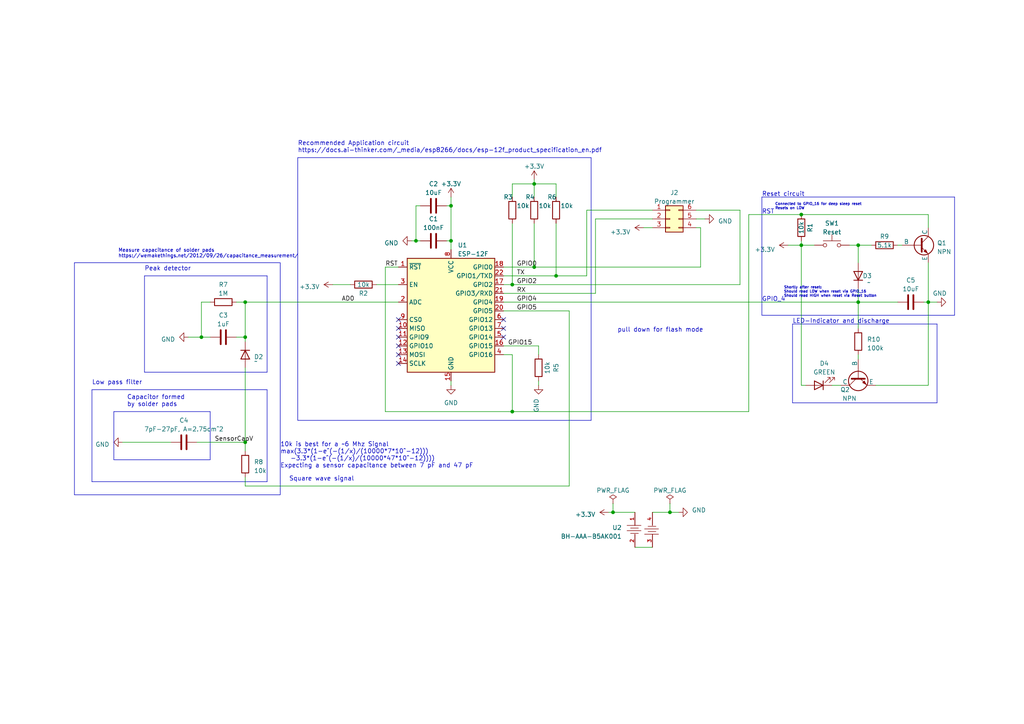
<source format=kicad_sch>
(kicad_sch (version 20230121) (generator eeschema)
  (paper "A4")
  (lib_symbols
    (symbol "Connector_Generic:Conn_02x03_Counter_Clockwise" (pin_names (offset 1.016) hide)
      (property "Reference" "J" (at 1.27 5.08 0))
      (property "Value" "Conn_02x03_Counter_Clockwise" (at 1.27 -5.08 0))
      (symbol "Conn_02x03_Counter_Clockwise_1_1"
        (rectangle (start -1.27 -2.413) (end 0 -2.667) (stroke (width 0.1524)))
        (rectangle (start -1.27 0.127) (end 0 -0.127) (stroke (width 0.1524)))
        (rectangle (start -1.27 2.667) (end 0 2.413) (stroke (width 0.1524)))
        (rectangle (start -1.27 3.81) (end 3.81 -3.81) (stroke (width 0.254)) (fill (type background)))
        (rectangle (start 3.81 -2.413) (end 2.54 -2.667) (stroke (width 0.1524)))
        (rectangle (start 3.81 0.127) (end 2.54 -0.127) (stroke (width 0.1524)))
        (rectangle (start 3.81 2.667) (end 2.54 2.413) (stroke (width 0.1524)))
        (pin passive line (at -5.08 2.54 0) (length 3.81) (name "Pin_1") (number "1"))
        (pin passive line (at -5.08 0 0) (length 3.81) (name "Pin_2") (number "2"))
        (pin passive line (at -5.08 -2.54 0) (length 3.81) (name "Pin_3") (number "3"))
        (pin passive line (at 7.62 -2.54 180) (length 3.81) (name "Pin_4") (number "4"))
        (pin passive line (at 7.62 0 180) (length 3.81) (name "Pin_5") (number "5"))
        (pin passive line (at 7.62 2.54 180) (length 3.81) (name "Pin_6") (number "6"))
      )
    )
    (symbol "Custom_Parts:BH-AAA-B5AK001" (pin_names hide)
      (property "Reference" "U" (at 0 1.27 0))
      (property "Value" "BH-AAA-B5AK001" (at 0 -5.08 0))
      (symbol "BH-AAA-B5AK001_0_1"
        (polyline (pts (xy -1.27 -0.254) (xy -1.27 -4.318)))
        (polyline (pts (xy -1.016 3.81) (xy -1.016 1.524)))
        (polyline (pts (xy -0.508 -1.27) (xy -0.508 -3.556)))
        (polyline (pts (xy -0.254 4.826) (xy -0.254 0.762)))
        (polyline (pts (xy 0.254 -0.254) (xy 0.254 -4.318)))
        (polyline (pts (xy 0.508 3.81) (xy 0.508 1.524)))
        (polyline (pts (xy 1.016 -1.27) (xy 1.016 -3.556)))
        (polyline (pts (xy 1.27 4.826) (xy 1.27 0.762)))
      )
      (symbol "BH-AAA-B5AK001_1_1"
        (pin power_in line (at 5.08 2.54 180) (length 3.81) (name "+") (number "1"))
        (pin power_in line (at -5.08 2.54 0) (length 3.81) (name "-") (number "2"))
        (pin power_in line (at -5.08 -2.54 0) (length 3.81) (name "+") (number "3"))
        (pin power_in line (at 5.08 -2.54 180) (length 3.81) (name "-") (number "4"))
      )
    )
    (symbol "Device:C" (pin_numbers hide) (pin_names (offset 0.254))
      (property "Reference" "C" (at 0.635 2.54 0))
      (property "Value" "C" (at 0.635 -2.54 0))
      (symbol "C_0_1"
        (polyline (pts (xy -2.032 -0.762) (xy 2.032 -0.762)) (stroke (width 0.508)))
        (polyline (pts (xy -2.032 0.762) (xy 2.032 0.762)) (stroke (width 0.508)))
      )
      (symbol "C_1_1"
        (pin passive line (at 0 3.81 270) (length 2.794) (name "~") (number "1"))
        (pin passive line (at 0 -3.81 90) (length 2.794) (name "~") (number "2"))
      )
    )
    (symbol "Device:D" (pin_numbers hide) (pin_names (offset 1.016) hide)
      (property "Reference" "D" (at 0 2.54 0))
      (property "Value" "D" (at 0 -2.54 0))
      (symbol "D_0_1"
        (polyline (pts (xy -1.27 1.27) (xy -1.27 -1.27)) (stroke (width 0.254)))
        (polyline (pts (xy 1.27 0) (xy -1.27 0)))
        (polyline (pts (xy 1.27 1.27) (xy 1.27 -1.27) (xy -1.27 0) (xy 1.27 1.27)) (stroke (width 0.254)))
      )
      (symbol "D_1_1"
        (pin passive line (at -3.81 0 0) (length 2.54) (name "K") (number "1"))
        (pin passive line (at 3.81 0 180) (length 2.54) (name "A") (number "2"))
      )
    )
    (symbol "Device:LED" (pin_numbers hide) (pin_names (offset 1.016) hide)
      (property "Reference" "D" (at 0 2.54 0))
      (property "Value" "LED" (at 0 -2.54 0))
      (symbol "LED_0_1"
        (polyline (pts (xy -1.27 -1.27) (xy -1.27 1.27)) (stroke (width 0.254)))
        (polyline (pts (xy -1.27 0) (xy 1.27 0)))
        (polyline (pts (xy 1.27 -1.27) (xy 1.27 1.27) (xy -1.27 0) (xy 1.27 -1.27)) (stroke (width 0.254)))
        (polyline (pts (xy -3.048 -0.762) (xy -4.572 -2.286) (xy -3.81 -2.286) (xy -4.572 -2.286) (xy -4.572 -1.524)))
        (polyline (pts (xy -1.778 -0.762) (xy -3.302 -2.286) (xy -2.54 -2.286) (xy -3.302 -2.286) (xy -3.302 -1.524)))
      )
      (symbol "LED_1_1"
        (pin passive line (at -3.81 0 0) (length 2.54) (name "K") (number "1"))
        (pin passive line (at 3.81 0 180) (length 2.54) (name "A") (number "2"))
      )
    )
    (symbol "Device:R" (pin_numbers hide) (pin_names (offset 0))
      (property "Reference" "R" (at 2.032 0 90))
      (property "Value" "R" (at 0 0 90))
      (symbol "R_0_1"
        (rectangle (start -1.016 -2.54) (end 1.016 2.54) (stroke (width 0.254)))
      )
      (symbol "R_1_1"
        (pin passive line (at 0 3.81 270) (length 1.27) (name "~") (number "1"))
        (pin passive line (at 0 -3.81 90) (length 1.27) (name "~") (number "2"))
      )
    )
    (symbol "RF_Module:ESP-12F"
      (property "Reference" "U" (at -12.7 19.05 0))
      (property "Value" "ESP-12F" (at 12.7 19.05 0))
      (symbol "ESP-12F_0_1"
        (rectangle (start -12.7 17.78) (end 12.7 -15.24) (stroke (width 0.254)) (fill (type background)))
      )
      (symbol "ESP-12F_1_1"
        (pin input line (at -15.24 15.24 0) (length 2.54) (name "~{RST}") (number "1"))
        (pin bidirectional line (at -15.24 -2.54 0) (length 2.54) (name "MISO") (number "10"))
        (pin bidirectional line (at -15.24 -5.08 0) (length 2.54) (name "GPIO9") (number "11"))
        (pin bidirectional line (at -15.24 -7.62 0) (length 2.54) (name "GPIO10") (number "12"))
        (pin bidirectional line (at -15.24 -10.16 0) (length 2.54) (name "MOSI") (number "13"))
        (pin bidirectional line (at -15.24 -12.7 0) (length 2.54) (name "SCLK") (number "14"))
        (pin power_in line (at 0 -17.78 90) (length 2.54) (name "GND") (number "15"))
        (pin bidirectional line (at 15.24 -7.62 180) (length 2.54) (name "GPIO15") (number "16"))
        (pin bidirectional line (at 15.24 10.16 180) (length 2.54) (name "GPIO2") (number "17"))
        (pin bidirectional line (at 15.24 15.24 180) (length 2.54) (name "GPIO0") (number "18"))
        (pin bidirectional line (at 15.24 5.08 180) (length 2.54) (name "GPIO4") (number "19"))
        (pin input line (at -15.24 5.08 0) (length 2.54) (name "ADC") (number "2"))
        (pin bidirectional line (at 15.24 2.54 180) (length 2.54) (name "GPIO5") (number "20"))
        (pin bidirectional line (at 15.24 7.62 180) (length 2.54) (name "GPIO3/RXD") (number "21"))
        (pin bidirectional line (at 15.24 12.7 180) (length 2.54) (name "GPIO1/TXD") (number "22"))
        (pin input line (at -15.24 10.16 0) (length 2.54) (name "EN") (number "3"))
        (pin bidirectional line (at 15.24 -10.16 180) (length 2.54) (name "GPIO16") (number "4"))
        (pin bidirectional line (at 15.24 -5.08 180) (length 2.54) (name "GPIO14") (number "5"))
        (pin bidirectional line (at 15.24 0 180) (length 2.54) (name "GPIO12") (number "6"))
        (pin bidirectional line (at 15.24 -2.54 180) (length 2.54) (name "GPIO13") (number "7"))
        (pin power_in line (at 0 20.32 270) (length 2.54) (name "VCC") (number "8"))
        (pin input line (at -15.24 0 0) (length 2.54) (name "CS0") (number "9"))
      )
    )
    (symbol "Simulation_SPICE:NPN" (pin_numbers hide) (pin_names (offset 0))
      (property "Reference" "Q" (at -2.54 7.62 0))
      (property "Value" "NPN" (at -2.54 5.08 0))
      (symbol "NPN_0_1"
        (polyline (pts (xy -2.54 0) (xy 0.635 0)) (stroke (width 0.1524)))
        (polyline (pts (xy 0.635 0.635) (xy 2.54 2.54)))
        (polyline (pts (xy 2.794 -1.27) (xy 2.794 -1.27)) (stroke (width 0.1524)))
        (polyline (pts (xy 2.794 -1.27) (xy 2.794 -1.27)) (stroke (width 0.1524)))
        (polyline (pts (xy 0.635 -0.635) (xy 2.54 -2.54) (xy 2.54 -2.54)))
        (polyline (pts (xy 0.635 1.905) (xy 0.635 -1.905) (xy 0.635 -1.905)) (stroke (width 0.508)))
        (polyline (pts (xy 1.27 -1.778) (xy 1.778 -1.27) (xy 2.286 -2.286) (xy 1.27 -1.778) (xy 1.27 -1.778)) (fill (type outline)))
        (circle (center 1.27 0) (radius 2.8194) (stroke (width 0.254)))
      )
      (symbol "NPN_1_1"
        (pin open_collector line (at 2.54 5.08 270) (length 2.54) (name "C") (number "1"))
        (pin input line (at -5.08 0 0) (length 2.54) (name "B") (number "2"))
        (pin open_emitter line (at 2.54 -5.08 90) (length 2.54) (name "E") (number "3"))
      )
    )
    (symbol "Switch:SW_Push" (pin_numbers hide) (pin_names (offset 1.016) hide)
      (property "Reference" "SW" (at 1.27 2.54 0))
      (property "Value" "SW_Push" (at 0 -1.524 0))
      (symbol "SW_Push_0_1"
        (circle (center -2.032 0) (radius 0.508))
        (polyline (pts (xy 0 1.27) (xy 0 3.048)))
        (polyline (pts (xy 2.54 1.27) (xy -2.54 1.27)))
        (circle (center 2.032 0) (radius 0.508))
        (pin passive line (at -5.08 0 0) (length 2.54) (name "1") (number "1"))
        (pin passive line (at 5.08 0 180) (length 2.54) (name "2") (number "2"))
      )
    )
    (symbol "power:+3.3V" (power) (pin_names (offset 0))
      (property "Value" "+3.3V" (at 0 3.556 0))
      (symbol "+3.3V_0_1"
        (polyline (pts (xy -0.762 1.27) (xy 0 2.54)))
        (polyline (pts (xy 0 0) (xy 0 2.54)))
        (polyline (pts (xy 0 2.54) (xy 0.762 1.27)))
      )
      (symbol "+3.3V_1_1"
        (pin power_in line (at 0 0 90) (length 0) hide (name "+3.3V") (number "1"))
      )
    )
    (symbol "power:GND" (power) (pin_names (offset 0))
      (property "Value" "GND" (at 0 -3.81 0))
      (symbol "GND_0_1"
        (polyline (pts (xy 0 0) (xy 0 -1.27) (xy 1.27 -1.27) (xy 0 -2.54) (xy -1.27 -1.27) (xy 0 -1.27)))
      )
      (symbol "GND_1_1"
        (pin power_in line (at 0 0 270) (length 0) hide (name "GND") (number "1"))
      )
    )
    (symbol "power:PWR_FLAG" (power) (pin_numbers hide) (pin_names (offset 0) hide)
      (property "Value" "PWR_FLAG" (at 0 3.81 0))
      (symbol "PWR_FLAG_0_0"
        (pin power_out line (at 0 0 90) (length 0) (name "pwr") (number "1"))
      )
      (symbol "PWR_FLAG_0_1"
        (polyline (pts (xy 0 0) (xy 0 1.27) (xy -1.016 1.905) (xy 0 2.54) (xy 1.016 1.905) (xy 0 1.27)))
      )
    )
  )
  (junction (at 154.94 77.47))
  (junction (at 130.81 69.85))
  (junction (at 161.29 80.01))
  (junction (at 248.92 71.12))
  (junction (at 194.31 148.59))
  (junction (at 232.41 71.12))
  (junction (at 120.65 69.85))
  (junction (at 148.59 82.55))
  (junction (at 58.42 97.79))
  (junction (at 269.24 87.63))
  (junction (at 154.94 53.34))
  (junction (at 232.41 62.23))
  (junction (at 148.59 119.38))
  (junction (at 71.12 128.27))
  (junction (at 71.12 97.79))
  (junction (at 177.8 148.59))
  (junction (at 130.81 59.69))
  (junction (at 71.12 87.63))
  (junction (at 248.92 87.63))
  (no_connect (at 115.57 105.41))
  (no_connect (at 115.57 97.79))
  (no_connect (at 115.57 102.87))
  (no_connect (at 146.05 95.25))
  (no_connect (at 115.57 92.71))
  (no_connect (at 115.57 100.33))
  (no_connect (at 146.05 92.71))
  (no_connect (at 146.05 97.79))
  (no_connect (at 115.57 95.25))
  (wire (pts (xy 120.65 69.85) (xy 121.92 69.85)))
  (polyline (pts (xy 26.67 139.7) (xy 77.47 139.7)))
  (polyline (pts (xy 33.02 119.38) (xy 33.02 133.35)))
  (wire (pts (xy 269.24 62.23) (xy 269.24 66.04)))
  (wire (pts (xy 246.38 71.12) (xy 248.92 71.12)))
  (wire (pts (xy 148.59 64.77) (xy 148.59 82.55)))
  (wire (pts (xy 154.94 64.77) (xy 154.94 77.47)))
  (wire (pts (xy 148.59 102.87) (xy 148.59 119.38)))
  (wire (pts (xy 111.76 77.47) (xy 111.76 119.38)))
  (polyline (pts (xy 60.96 133.35) (xy 60.96 119.38)))
  (polyline (pts (xy 276.86 91.44) (xy 220.98 91.44)))
  (wire (pts (xy 232.41 62.23) (xy 269.24 62.23)))
  (wire (pts (xy 203.2 66.04) (xy 201.93 66.04)))
  (wire (pts (xy 148.59 82.55) (xy 214.63 82.55)))
  (polyline (pts (xy 21.59 76.2) (xy 81.28 76.2)))
  (wire (pts (xy 156.21 102.87) (xy 156.21 100.33)))
  (wire (pts (xy 58.42 97.79) (xy 60.96 97.79)))
  (wire (pts (xy 109.22 82.55) (xy 115.57 82.55)))
  (wire (pts (xy 71.12 138.43) (xy 71.12 140.97)))
  (wire (pts (xy 177.8 146.05) (xy 177.8 148.59)))
  (wire (pts (xy 232.41 69.85) (xy 232.41 71.12)))
  (wire (pts (xy 130.81 57.15) (xy 130.81 59.69)))
  (wire (pts (xy 269.24 87.63) (xy 269.24 111.76)))
  (wire (pts (xy 119.38 69.85) (xy 120.65 69.85)))
  (wire (pts (xy 248.92 87.63) (xy 248.92 95.25)))
  (wire (pts (xy 194.31 148.59) (xy 196.85 148.59)))
  (wire (pts (xy 203.2 77.47) (xy 203.2 66.04)))
  (wire (pts (xy 57.15 128.27) (xy 71.12 128.27)))
  (wire (pts (xy 217.17 62.23) (xy 232.41 62.23)))
  (wire (pts (xy 232.41 111.76) (xy 233.68 111.76)))
  (wire (pts (xy 172.72 63.5) (xy 189.23 63.5)))
  (wire (pts (xy 189.23 148.59) (xy 194.31 148.59)))
  (polyline (pts (xy 271.78 93.98) (xy 271.78 116.84)))
  (wire (pts (xy 248.92 83.82) (xy 248.92 87.63)))
  (polyline (pts (xy 271.78 116.84) (xy 229.87 116.84)))
  (wire (pts (xy 194.31 146.05) (xy 194.31 148.59)))
  (wire (pts (xy 146.05 87.63) (xy 248.92 87.63)))
  (wire (pts (xy 146.05 102.87) (xy 148.59 102.87)))
  (wire (pts (xy 129.54 59.69) (xy 130.81 59.69)))
  (wire (pts (xy 232.41 71.12) (xy 232.41 111.76)))
  (wire (pts (xy 68.58 87.63) (xy 71.12 87.63)))
  (polyline (pts (xy 21.59 143.51) (xy 81.28 143.51)))
  (wire (pts (xy 120.65 59.69) (xy 120.65 69.85)))
  (wire (pts (xy 96.52 82.55) (xy 101.6 82.55)))
  (wire (pts (xy 71.12 87.63) (xy 115.57 87.63)))
  (wire (pts (xy 161.29 80.01) (xy 170.18 80.01)))
  (wire (pts (xy 60.96 87.63) (xy 58.42 87.63)))
  (wire (pts (xy 201.93 63.5) (xy 204.47 63.5)))
  (wire (pts (xy 254 111.76) (xy 269.24 111.76)))
  (wire (pts (xy 154.94 53.34) (xy 154.94 57.15)))
  (wire (pts (xy 165.1 90.17) (xy 165.1 140.97)))
  (wire (pts (xy 177.8 148.59) (xy 184.15 148.59)))
  (wire (pts (xy 54.61 97.79) (xy 58.42 97.79)))
  (wire (pts (xy 228.6 71.12) (xy 232.41 71.12)))
  (wire (pts (xy 146.05 90.17) (xy 165.1 90.17)))
  (wire (pts (xy 148.59 53.34) (xy 148.59 57.15)))
  (wire (pts (xy 241.3 111.76) (xy 243.84 111.76)))
  (wire (pts (xy 146.05 77.47) (xy 154.94 77.47)))
  (wire (pts (xy 170.18 80.01) (xy 170.18 60.96)))
  (wire (pts (xy 121.92 59.69) (xy 120.65 59.69)))
  (wire (pts (xy 111.76 77.47) (xy 115.57 77.47)))
  (polyline (pts (xy 220.98 57.15) (xy 220.98 91.44)))
  (polyline (pts (xy 276.86 57.15) (xy 276.86 91.44)))
  (polyline (pts (xy 171.45 121.92) (xy 171.45 45.72)))
  (wire (pts (xy 214.63 82.55) (xy 214.63 60.96)))
  (wire (pts (xy 161.29 53.34) (xy 161.29 57.15)))
  (polyline (pts (xy 229.87 93.98) (xy 271.78 93.98)))
  (wire (pts (xy 35.56 128.27) (xy 49.53 128.27)))
  (wire (pts (xy 248.92 71.12) (xy 248.92 76.2)))
  (wire (pts (xy 146.05 82.55) (xy 148.59 82.55)))
  (wire (pts (xy 148.59 53.34) (xy 154.94 53.34)))
  (polyline (pts (xy 86.36 45.72) (xy 171.45 45.72)))
  (polyline (pts (xy 26.67 113.03) (xy 77.47 113.03)))
  (wire (pts (xy 176.53 148.59) (xy 177.8 148.59)))
  (wire (pts (xy 130.81 69.85) (xy 130.81 72.39)))
  (wire (pts (xy 170.18 60.96) (xy 189.23 60.96)))
  (wire (pts (xy 248.92 87.63) (xy 260.35 87.63)))
  (polyline (pts (xy 220.98 57.15) (xy 276.86 57.15)))
  (wire (pts (xy 146.05 85.09) (xy 172.72 85.09)))
  (wire (pts (xy 130.81 59.69) (xy 130.81 69.85)))
  (wire (pts (xy 232.41 71.12) (xy 236.22 71.12)))
  (polyline (pts (xy 21.59 143.51) (xy 21.59 76.2)))
  (wire (pts (xy 71.12 87.63) (xy 71.12 97.79)))
  (wire (pts (xy 129.54 69.85) (xy 130.81 69.85)))
  (polyline (pts (xy 33.02 119.38) (xy 60.96 119.38)))
  (polyline (pts (xy 86.36 121.92) (xy 171.45 121.92)))
  (wire (pts (xy 248.92 102.87) (xy 248.92 104.14)))
  (polyline (pts (xy 26.67 113.03) (xy 26.67 139.7)))
  (wire (pts (xy 260.35 71.12) (xy 261.62 71.12)))
  (wire (pts (xy 165.1 140.97) (xy 71.12 140.97)))
  (polyline (pts (xy 229.87 93.98) (xy 229.87 116.84)))
  (wire (pts (xy 186.69 66.04) (xy 189.23 66.04)))
  (wire (pts (xy 68.58 97.79) (xy 71.12 97.79)))
  (polyline (pts (xy 33.02 133.35) (xy 60.96 133.35)))
  (polyline (pts (xy 86.36 45.72) (xy 86.36 121.92)))
  (polyline (pts (xy 41.91 107.95) (xy 77.47 107.95)))
  (polyline (pts (xy 41.91 80.01) (xy 41.91 107.95)))
  (wire (pts (xy 71.12 128.27) (xy 71.12 130.81)))
  (wire (pts (xy 248.92 71.12) (xy 252.73 71.12)))
  (wire (pts (xy 71.12 97.79) (xy 71.12 99.06)))
  (wire (pts (xy 130.81 110.49) (xy 130.81 111.76)))
  (wire (pts (xy 154.94 52.07) (xy 154.94 53.34)))
  (wire (pts (xy 184.15 158.75) (xy 189.23 158.75)))
  (wire (pts (xy 172.72 63.5) (xy 172.72 85.09)))
  (wire (pts (xy 156.21 110.49) (xy 156.21 111.76)))
  (wire (pts (xy 148.59 119.38) (xy 217.17 119.38)))
  (wire (pts (xy 71.12 106.68) (xy 71.12 128.27)))
  (wire (pts (xy 146.05 100.33) (xy 156.21 100.33)))
  (wire (pts (xy 154.94 77.47) (xy 203.2 77.47)))
  (wire (pts (xy 58.42 87.63) (xy 58.42 97.79)))
  (wire (pts (xy 154.94 53.34) (xy 161.29 53.34)))
  (wire (pts (xy 269.24 76.2) (xy 269.24 87.63)))
  (polyline (pts (xy 77.47 80.01) (xy 41.91 80.01)))
  (wire (pts (xy 161.29 64.77) (xy 161.29 80.01)))
  (wire (pts (xy 217.17 62.23) (xy 217.17 119.38)))
  (polyline (pts (xy 77.47 139.7) (xy 77.47 113.03)))
  (wire (pts (xy 269.24 87.63) (xy 271.78 87.63)))
  (polyline (pts (xy 77.47 80.01) (xy 77.47 107.95)))
  (wire (pts (xy 214.63 60.96) (xy 201.93 60.96)))
  (wire (pts (xy 267.97 87.63) (xy 269.24 87.63)))
  (wire (pts (xy 148.59 119.38) (xy 111.76 119.38)))
  (wire (pts (xy 146.05 80.01) (xy 161.29 80.01)))
  (polyline (pts (xy 81.28 76.2) (xy 81.28 143.51)))
  (text "Capacitor formed\nby solder pads" (at 36.83 118.11 0) (effects (font (size 1.27 1.27)) (justify left bottom)))
  (text "Square wave signal" (at 83.82 139.7 0) (effects (font (size 1.27 1.27)) (justify left bottom)))
  (text "10k is best for a ~6 Mhz Signal\nmax(3.3*(1-e^(-(1/x)/(10000*7*10^-12)))\n   -3.3*(1-e^(-(1/x)/(10000*47*10^-12))))\nExpecting a sensor capacitance between 7 pF and 47 pF" (at 81.28 135.89 0) (effects (font (size 1.27 1.27)) (justify left bottom)))
  (text "Connected to GPIO_16 for deep sleep reset\nResets on LOW" (at 224.79 60.96 0) (effects (font (size 0.75 0.75)) (justify left bottom)))
  (text "Shortly after reset:\nShould read LOW when reset via GPIO_16\nShould read HIGH when reset via Reset button" (at 227.33 86.36 0) (effects (font (size 0.75 0.75)) (justify left bottom)))
  (text "Recommended Application circuit\nhttps://docs.ai-thinker.com/_media/esp8266/docs/esp-12f_product_specification_en.pdf" (at 86.36 44.45 0) (effects (font (size 1.27 1.27)) (justify left bottom)))
  (text "GPIO_4" (at 220.98 87.63 0) (effects (font (size 1.27 1.27)) (justify left bottom)))
  (text "Measure capacitance of solder pads\nhttps://wemakethings.net/2012/09/26/capacitance_measurement/" (at 34.29 74.93 0) (effects (font (size 1 1)) (justify left bottom)))
  (text "Peak detector" (at 41.91 78.74 0) (effects (font (size 1.27 1.27)) (justify left bottom)))
  (text "RST" (at 220.98 62.23 0) (effects (font (size 1.27 1.27)) (justify left bottom)))
  (text "pull down for flash mode" (at 179.07 96.52 0) (effects (font (size 1.27 1.27)) (justify left bottom)))
  (text "Low pass filter" (at 26.67 111.76 0) (effects (font (size 1.27 1.27)) (justify left bottom)))
  (text "LED-Indicator and discharge" (at 229.87 93.98 0) (effects (font (size 1.27 1.27)) (justify left bottom)))
  (text "Reset circuit" (at 220.98 57.15 0) (effects (font (size 1.27 1.27)) (justify left bottom)))
  (label "GPIO15" (at 147.32 100.33 0))
  (label "AD0" (at 99.06 87.63 0))
  (label "TX" (at 149.86 80.01 0))
  (label "GPIO0" (at 149.86 77.47 0))
  (label "SensorCapV" (at 62.23 128.27 0))
  (label "RX" (at 149.86 85.09 0))
  (label "GPIO5" (at 149.86 90.17 0))
  (label "RST" (at 111.76 77.47 0))
  (label "GPIO2" (at 149.86 82.55 0))
  (label "GPIO4" (at 149.86 87.63 0))
  (symbol (lib_id "Device:R") (at 232.41 66.04 180) (unit 1)
    (property "Reference" "R1" (at 234.95 66.04 90))
    (property "Value" "10k" (at 232.41 66.04 90))
    (property "Footprint" "Resistor_SMD:R_0402_1005Metric" (effects hide))
    (property "LCSC" "C25744" (effects hide))
    (property "MPN" "C25744" (effects hide))
  )
  (symbol (lib_id "Connector_Generic:Conn_02x03_Counter_Clockwise") (at 194.31 63.5 0) (unit 1) (in_bom no)
    (property "Reference" "J2" (at 195.58 55.88 0))
    (property "Value" "Programmer" (at 195.58 58.42 0))
    (property "Footprint" "Connector_PinHeader_2.54mm:PinHeader_2x03_P2.54mm_Vertical" (effects hide))
  )
  (symbol (lib_id "Simulation_SPICE:NPN") (at 266.7 71.12 0) (unit 1)
    (property "Reference" "Q1" (at 271.78 70.485 0) (effects (justify left)))
    (property "Value" "NPN" (at 271.78 73.025 0) (effects (justify left)))
    (property "Footprint" "Package_TO_SOT_SMD:SOT-23" (effects hide))
    (property "Sim.Device" "NPN" (effects hide))
    (property "Sim.Type" "GUMMELPOON" (effects hide))
    (property "Sim.Pins" "1=C 2=B 3=E" (effects hide))
    (property "LCSC" "C2146" (effects hide))
    (property "MPN" "C2146" (effects hide))
    (property "JLCPCB Rotation Offset" "180" (effects hide))
  )
  (symbol (lib_id "Switch:SW_Push") (at 241.3 71.12 0) (unit 1)
    (property "Reference" "SW1" (at 241.3 64.77 0))
    (property "Value" "Reset" (at 241.3 67.31 0))
    (property "Footprint" "CustomFootprints:SW_Push_1P1T_XKB_TS-1187A" (effects hide))
    (property "LCSC" "C318884" (effects hide))
    (property "MPN" "C318884" (effects hide))
  )
  (symbol (lib_id "power:GND") (at 54.61 97.79 270) (unit 1)
    (property "Reference" "#PWR013" (effects hide))
    (property "Value" "GND" (at 50.8 98.425 90) (effects (justify right)))
  )
  (symbol (lib_id "Device:D") (at 248.92 80.01 90) (unit 1)
    (property "Reference" "D3" (at 250.19 80.01 90) (effects (justify right)))
    (property "Value" "~" (at 251.46 81.915 90) (effects (justify right)))
    (property "Footprint" "Diode_SMD:D_SOD-123F" (effects hide))
    (property "Sim.Device" "D" (effects hide))
    (property "Sim.Pins" "1=K 2=A" (effects hide))
    (property "LCSC" "C81598" (effects hide))
    (property "MPN" "C81598" (effects hide))
  )
  (symbol (lib_id "power:+3.3V") (at 186.69 66.04 90) (unit 1)
    (property "Reference" "#PWR06" (effects hide))
    (property "Value" "+3.3V" (at 182.88 67.31 90) (effects (justify left)))
  )
  (symbol (lib_id "Device:C") (at 125.73 69.85 90) (unit 1)
    (property "Reference" "C1" (at 125.73 63.5 90))
    (property "Value" "100nF" (at 125.73 66.04 90))
    (property "Footprint" "Capacitor_SMD:C_0402_1005Metric" (effects hide))
    (property "LCSC" "C1525" (effects hide))
    (property "MPN" "C1525" (effects hide))
  )
  (symbol (lib_id "power:PWR_FLAG") (at 177.8 146.05 0) (unit 1)
    (property "Reference" "#FLG01" (effects hide))
    (property "Value" "PWR_FLAG" (at 177.8 142.24 0))
  )
  (symbol (lib_id "Device:R") (at 148.59 60.96 0) (unit 1)
    (property "Reference" "R3" (at 146.05 57.15 0) (effects (justify left)))
    (property "Value" "10k" (at 149.86 59.69 0) (effects (justify left)))
    (property "Footprint" "Resistor_SMD:R_0402_1005Metric" (effects hide))
    (property "LCSC" "C25744" (effects hide))
    (property "MPN" "C25744" (effects hide))
  )
  (symbol (lib_id "power:+3.3V") (at 130.81 57.15 0) (unit 1)
    (property "Reference" "#PWR01" (effects hide))
    (property "Value" "+3.3V" (at 130.81 53.34 0))
  )
  (symbol (lib_id "power:GND") (at 35.56 128.27 270) (unit 1)
    (property "Reference" "#PWR014" (effects hide))
    (property "Value" "GND" (at 31.75 128.905 90) (effects (justify right)))
  )
  (symbol (lib_id "power:GND") (at 156.21 111.76 0) (unit 1)
    (property "Reference" "#PWR012" (effects hide))
    (property "Value" "GND" (at 155.575 115.57 90) (effects (justify right)))
  )
  (symbol (lib_id "power:GND") (at 130.81 111.76 0) (unit 1)
    (property "Reference" "#PWR02" (effects hide))
    (property "Value" "GND" (at 130.81 116.84 0))
  )
  (symbol (lib_id "power:GND") (at 119.38 69.85 270) (unit 1)
    (property "Reference" "#PWR03" (effects hide))
    (property "Value" "GND" (at 115.57 70.485 90) (effects (justify right)))
  )
  (symbol (lib_id "power:GND") (at 196.85 148.59 90) (unit 1)
    (property "Reference" "#PWR07" (effects hide))
    (property "Value" "GND" (at 200.66 147.955 90) (effects (justify right)))
  )
  (symbol (lib_id "power:+3.3V") (at 154.94 52.07 0) (unit 1)
    (property "Reference" "#PWR08" (effects hide))
    (property "Value" "+3.3V" (at 154.94 48.26 0))
  )
  (symbol (lib_id "Device:R") (at 256.54 71.12 90) (unit 1)
    (property "Reference" "R9" (at 256.54 68.58 90))
    (property "Value" "5.1k" (at 256.54 71.12 90))
    (property "Footprint" "Resistor_SMD:R_0402_1005Metric" (effects hide))
    (property "LCSC" "C25905" (effects hide))
    (property "MPN" "C25905" (effects hide))
  )
  (symbol (lib_id "Device:C") (at 64.77 97.79 90) (unit 1)
    (property "Reference" "C3" (at 64.77 91.44 90))
    (property "Value" "1uF" (at 64.77 93.98 90))
    (property "Footprint" "Capacitor_SMD:C_0402_1005Metric" (effects hide))
    (property "LCSC" "C52923" (effects hide))
    (property "MPN" "C52923" (effects hide))
  )
  (symbol (lib_id "Device:R") (at 154.94 60.96 0) (unit 1)
    (property "Reference" "R4" (at 152.4 57.15 0) (effects (justify left)))
    (property "Value" "10k" (at 156.21 59.69 0) (effects (justify left)))
    (property "Footprint" "Resistor_SMD:R_0402_1005Metric" (effects hide))
    (property "LCSC" "C25744" (effects hide))
    (property "MPN" "C25744" (effects hide))
  )
  (symbol (lib_id "power:+3.3V") (at 96.52 82.55 90) (unit 1)
    (property "Reference" "#PWR04" (effects hide))
    (property "Value" "+3.3V" (at 92.71 83.185 90) (effects (justify left)))
  )
  (symbol (lib_id "power:GND") (at 204.47 63.5 90) (unit 1)
    (property "Reference" "#PWR010" (effects hide))
    (property "Value" "GND" (at 208.28 64.135 90) (effects (justify right)))
  )
  (symbol (lib_id "power:+3.3V") (at 228.6 71.12 90) (unit 1)
    (property "Reference" "#PWR011" (effects hide))
    (property "Value" "+3.3V" (at 224.79 72.39 90) (effects (justify left)))
  )
  (symbol (lib_id "Device:C") (at 264.16 87.63 90) (unit 1)
    (property "Reference" "C5" (at 264.16 81.28 90))
    (property "Value" "10uF" (at 264.16 83.82 90))
    (property "Footprint" "Capacitor_SMD:C_0402_1005Metric" (effects hide))
    (property "LCSC" "C15525" (effects hide))
    (property "MPN" "C15525" (effects hide))
  )
  (symbol (lib_id "Device:R") (at 161.29 60.96 0) (unit 1)
    (property "Reference" "R6" (at 158.75 57.15 0) (effects (justify left)))
    (property "Value" "10k" (at 162.56 59.69 0) (effects (justify left)))
    (property "Footprint" "Resistor_SMD:R_0402_1005Metric" (effects hide))
    (property "LCSC" "C25744" (effects hide))
    (property "MPN" "C25744" (effects hide))
  )
  (symbol (lib_id "Device:LED") (at 237.49 111.76 180) (unit 1)
    (property "Reference" "D4" (at 239.0775 105.41 0))
    (property "Value" "GREEN" (at 239.0775 107.95 0))
    (property "Footprint" "LED_SMD:LED_0805_2012Metric" (effects hide))
    (property "LCSC" "C2297" (effects hide))
    (property "MPN" "C2297" (effects hide))
  )
  (symbol (lib_id "Device:D") (at 71.12 102.87 270) (unit 1)
    (property "Reference" "D2" (at 73.66 103.505 90) (effects (justify left)))
    (property "Value" "~" (at 73.66 104.775 90) (effects (justify left)))
    (property "Footprint" "Diode_SMD:D_SOD-123F" (effects hide))
    (property "Sim.Device" "D" (effects hide))
    (property "Sim.Pins" "1=K 2=A" (effects hide))
    (property "LCSC" "C81598" (effects hide))
    (property "MPN" "C81598" (effects hide))
  )
  (symbol (lib_id "Device:C") (at 53.34 128.27 90) (unit 1)
    (property "Reference" "C4" (at 53.34 121.92 90))
    (property "Value" "7pF-27pF, A=2.75cm^2" (at 53.34 124.46 90))
  )
  (symbol (lib_id "power:GND") (at 271.78 87.63 90) (unit 1)
    (property "Reference" "#PWR016" (effects hide))
    (property "Value" "GND" (at 270.51 85.09 90) (effects (justify right)))
  )
  (symbol (lib_id "Device:R") (at 248.92 99.06 0) (unit 1)
    (property "Reference" "R10" (at 251.46 98.425 0) (effects (justify left)))
    (property "Value" "100k" (at 251.46 100.965 0) (effects (justify left)))
    (property "Footprint" "Resistor_SMD:R_0402_1005Metric" (effects hide))
    (property "LCSC" "C25741" (effects hide))
    (property "MPN" "C25741" (effects hide))
  )
  (symbol (lib_id "Simulation_SPICE:NPN") (at 248.92 109.22 90) (mirror x) (unit 1)
    (property "Reference" "Q2" (at 245.11 113.03 90))
    (property "Value" "NPN" (at 246.38 115.57 90))
    (property "Footprint" "Package_TO_SOT_SMD:SOT-23" (effects hide))
    (property "Sim.Device" "NPN" (effects hide))
    (property "Sim.Type" "GUMMELPOON" (effects hide))
    (property "Sim.Pins" "1=C 2=B 3=E" (effects hide))
    (property "LCSC" "C2146" (effects hide))
    (property "MPN" "C2146" (effects hide))
    (property "JLCPCB Rotation Offset" "180" (effects hide))
  )
  (symbol (lib_id "Device:R") (at 105.41 82.55 90) (unit 1)
    (property "Reference" "R2" (at 105.41 85.09 90))
    (property "Value" "10k" (at 105.41 82.55 90))
    (property "Footprint" "Resistor_SMD:R_0402_1005Metric" (effects hide))
    (property "LCSC" "C25744" (effects hide))
    (property "MPN" "C25744" (effects hide))
  )
  (symbol (lib_id "Custom_Parts:BH-AAA-B5AK001") (at 186.69 153.67 90) (unit 1)
    (property "Reference" "U2" (at 180.34 153.035 90) (effects (justify left)))
    (property "Value" "BH-AAA-B5AK001" (at 180.34 155.575 90) (effects (justify left)))
    (property "Footprint" "CustomFootprints:BAT-SMD_BH-AAA-B5AA001" (effects hide))
    (property "Datasheet" "https://item.szlcsc.com/1049847.html" (effects hide))
    (property "LCSC" "C964881" (effects hide))
    (property "MPN" "C964881" (effects hide))
  )
  (symbol (lib_id "power:+3.3V") (at 176.53 148.59 90) (unit 1)
    (property "Reference" "#PWR09" (effects hide))
    (property "Value" "+3.3V" (at 172.72 149.225 90) (effects (justify left)))
  )
  (symbol (lib_id "power:PWR_FLAG") (at 194.31 146.05 0) (unit 1)
    (property "Reference" "#FLG02" (effects hide))
    (property "Value" "PWR_FLAG" (at 194.31 142.24 0))
  )
  (symbol (lib_id "Device:C") (at 125.73 59.69 90) (unit 1)
    (property "Reference" "C2" (at 125.73 53.34 90))
    (property "Value" "10uF" (at 125.73 55.88 90))
    (property "Footprint" "Capacitor_SMD:C_0402_1005Metric" (effects hide))
    (property "LCSC" "C15525" (effects hide))
    (property "MPN" "C15525" (effects hide))
  )
  (symbol (lib_id "RF_Module:ESP-12F") (at 130.81 92.71 0) (unit 1)
    (property "Reference" "U1" (at 132.7659 71.12 0) (effects (justify left)))
    (property "Value" "ESP-12F" (at 132.7659 73.66 0) (effects (justify left)))
    (property "Footprint" "RF_Module:ESP-12E" (effects hide))
    (property "Datasheet" "http://wiki.ai-thinker.com/_media/esp8266/esp8266_series_modules_user_manual_v1.1.pdf" (effects hide))
    (property "LCSC" "C82891" (effects hide))
    (property "MPN" "C82891" (effects hide))
    (property "JLCPCB Rotation Offset" "-90" (effects hide))
    (property "JLCPCB Position Offset" "4.1,0" (effects hide))
  )
  (symbol (lib_id "Device:R") (at 64.77 87.63 90) (unit 1)
    (property "Reference" "R7" (at 64.77 82.55 90))
    (property "Value" "1M" (at 64.77 85.09 90))
    (property "Footprint" "Resistor_SMD:R_0402_1005Metric" (effects hide))
    (property "LCSC" "C26083" (effects hide))
    (property "MPN" "C26083" (effects hide))
  )
  (symbol (lib_id "Device:R") (at 156.21 106.68 0) (unit 1)
    (property "Reference" "R5" (at 161.29 106.68 90))
    (property "Value" "10k" (at 158.75 106.68 90))
    (property "Footprint" "Resistor_SMD:R_0402_1005Metric" (effects hide))
    (property "LCSC" "C25744" (effects hide))
    (property "MPN" "C25744" (effects hide))
  )
  (symbol (lib_id "Device:R") (at 71.12 134.62 0) (unit 1)
    (property "Reference" "R8" (at 73.66 133.985 0) (effects (justify left)))
    (property "Value" "10k" (at 73.66 136.525 0) (effects (justify left)))
    (property "Footprint" "Resistor_SMD:R_0402_1005Metric" (effects hide))
    (property "LCSC" "C25744" (effects hide))
    (property "MPN" "C25744" (effects hide))
  )
)
</source>
